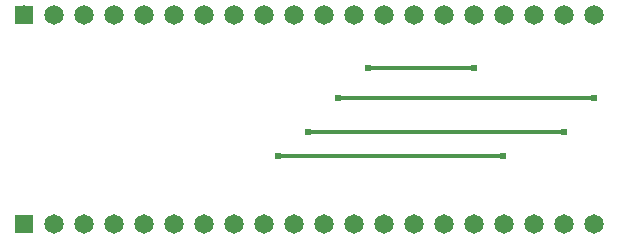
<source format=gbl>
G04 Layer: BottomLayer*
G04 EasyEDA v6.5.42, 2024-04-10 10:33:45*
G04 677a2e3dccde402284f6343da6576b70,88035802e6a84ff2a66c0cebeecd398b,10*
G04 Gerber Generator version 0.2*
G04 Scale: 100 percent, Rotated: No, Reflected: No *
G04 Dimensions in millimeters *
G04 leading zeros omitted , absolute positions ,4 integer and 5 decimal *
%FSLAX45Y45*%
%MOMM*%

%ADD10C,0.3500*%
%ADD11C,0.2540*%
%ADD12R,1.6500X1.6500*%
%ADD13C,1.6500*%
%ADD14C,1.5080*%
%ADD15C,0.6200*%

%LPD*%
D10*
X3810000Y11442700D02*
G01*
X4711700Y11442700D01*
X3302000Y10896600D02*
G01*
X5473700Y10896600D01*
X3049193Y10693400D02*
G01*
X4950307Y10693400D01*
X4963007Y10706100D01*
D11*
X1155700Y10121900D02*
G01*
X1153007Y10119207D01*
X1153007Y10117810D01*
X1409700Y10121900D02*
G01*
X1407007Y10119207D01*
X1407007Y10117810D01*
X1663700Y10121900D02*
G01*
X1661007Y10119207D01*
X1661007Y10117810D01*
X1917700Y10121900D02*
G01*
X1915007Y10119207D01*
X1915007Y10117810D01*
X2171700Y10121900D02*
G01*
X2169007Y10119207D01*
X2169007Y10117810D01*
X2425700Y10121900D02*
G01*
X2423007Y10119207D01*
X2423007Y10117810D01*
X2679700Y10121900D02*
G01*
X2677007Y10119207D01*
X2677007Y10117810D01*
X2933700Y10121900D02*
G01*
X2931007Y10119207D01*
X2931007Y10117810D01*
X3187700Y10121900D02*
G01*
X3185007Y10119207D01*
X3185007Y10117810D01*
X3441700Y10121900D02*
G01*
X3439007Y10119207D01*
X3439007Y10117810D01*
X3695700Y10121900D02*
G01*
X3693007Y10119207D01*
X3693007Y10117810D01*
X3949700Y10121900D02*
G01*
X3947007Y10119207D01*
X3947007Y10117810D01*
X4203700Y10121900D02*
G01*
X4201007Y10119207D01*
X4201007Y10117810D01*
X4457700Y10121900D02*
G01*
X4455007Y10119207D01*
X4455007Y10117810D01*
X4711700Y10121900D02*
G01*
X4709007Y10119207D01*
X4709007Y10117810D01*
X4965700Y10121900D02*
G01*
X4963007Y10119207D01*
X4963007Y10117810D01*
X5219700Y10121900D02*
G01*
X5217007Y10119207D01*
X5217007Y10117810D01*
X5473700Y10121900D02*
G01*
X5471007Y10119207D01*
X5471007Y10117810D01*
X5727700Y10121900D02*
G01*
X5725007Y10119207D01*
X5725007Y10117810D01*
X901700Y11887200D02*
G01*
X899007Y11889892D01*
X899007Y11895810D01*
X1155700Y11887200D02*
G01*
X1153007Y11889892D01*
X1153007Y11895810D01*
X1409700Y11887200D02*
G01*
X1407007Y11889892D01*
X1407007Y11895810D01*
X1663700Y11887200D02*
G01*
X1661007Y11889892D01*
X1661007Y11895810D01*
X1917700Y11887200D02*
G01*
X1915007Y11889892D01*
X1915007Y11895810D01*
X2171700Y11887200D02*
G01*
X2169007Y11889892D01*
X2169007Y11895810D01*
X2425700Y11887200D02*
G01*
X2423007Y11889892D01*
X2423007Y11895810D01*
X2679700Y11887200D02*
G01*
X2677007Y11889892D01*
X2677007Y11895810D01*
X2933700Y11887200D02*
G01*
X2931007Y11889892D01*
X2931007Y11895810D01*
X3187700Y11887200D02*
G01*
X3185007Y11889892D01*
X3185007Y11895810D01*
X3441700Y11887200D02*
G01*
X3439007Y11889892D01*
X3439007Y11895810D01*
X3695700Y11887200D02*
G01*
X3693007Y11889892D01*
X3693007Y11895810D01*
X3949700Y11887200D02*
G01*
X3947007Y11889892D01*
X3947007Y11895810D01*
X4201007Y11887200D02*
G01*
X4201007Y11895810D01*
X4201007Y11887200D02*
G01*
X4203700Y11887200D01*
X4457700Y11887200D02*
G01*
X4455007Y11889892D01*
X4455007Y11895810D01*
X4711700Y11887200D02*
G01*
X4709007Y11889892D01*
X4709007Y11895810D01*
X4965700Y11887200D02*
G01*
X4963007Y11889892D01*
X4963007Y11895810D01*
X5219700Y11887200D02*
G01*
X5217007Y11889892D01*
X5217007Y11895810D01*
X5473700Y11887200D02*
G01*
X5471007Y11889892D01*
X5471007Y11895810D01*
X5727700Y11887200D02*
G01*
X5725007Y11889892D01*
X5725007Y11895810D01*
D10*
X3556000Y11188700D02*
G01*
X5727700Y11188700D01*
D12*
G01*
X901700Y11887200D03*
D13*
G01*
X1155700Y11887200D03*
G01*
X1409700Y11887200D03*
G01*
X1663700Y11887200D03*
G01*
X1917700Y11887200D03*
G01*
X2171700Y11887200D03*
G01*
X2425700Y11887200D03*
G01*
X2679700Y11887200D03*
G01*
X2933700Y11887200D03*
G01*
X3187700Y11887200D03*
G01*
X3441700Y11887200D03*
G01*
X3695700Y11887200D03*
G01*
X3949700Y11887200D03*
G01*
X4203700Y11887200D03*
G01*
X4457700Y11887200D03*
G01*
X4711700Y11887200D03*
G01*
X4965700Y11887200D03*
G01*
X5219700Y11887200D03*
G01*
X5473700Y11887200D03*
G01*
X5727700Y11887200D03*
D12*
G01*
X901700Y10121900D03*
D13*
G01*
X1155700Y10121900D03*
G01*
X1409700Y10121900D03*
G01*
X1663700Y10121900D03*
G01*
X1917700Y10121900D03*
G01*
X2171700Y10121900D03*
G01*
X2425700Y10121900D03*
G01*
X2679700Y10121900D03*
G01*
X2933700Y10121900D03*
G01*
X3187700Y10121900D03*
G01*
X3441700Y10121900D03*
G01*
X3695700Y10121900D03*
G01*
X3949700Y10121900D03*
G01*
X4203700Y10121900D03*
G01*
X4457700Y10121900D03*
G01*
X4711700Y10121900D03*
G01*
X4965700Y10121900D03*
G01*
X5219700Y10121900D03*
G01*
X5473700Y10121900D03*
G01*
X5727700Y10121900D03*
D14*
G01*
X899007Y10117810D03*
G01*
X1153007Y10117810D03*
G01*
X1407007Y10117810D03*
G01*
X1661007Y10117810D03*
G01*
X1915007Y10117810D03*
G01*
X2169007Y10117810D03*
G01*
X2423007Y10117810D03*
G01*
X2677007Y10117810D03*
G01*
X2931007Y10117810D03*
G01*
X3185007Y10117810D03*
G01*
X3439007Y10117810D03*
G01*
X3693007Y10117810D03*
G01*
X3947007Y10117810D03*
G01*
X4201007Y10117810D03*
G01*
X4455007Y10117810D03*
G01*
X4709007Y10117810D03*
G01*
X4963007Y10117810D03*
G01*
X5217007Y10117810D03*
G01*
X5471007Y10117810D03*
G01*
X5725007Y10117810D03*
G01*
X899007Y11895810D03*
G01*
X1153007Y11895810D03*
G01*
X1407007Y11895810D03*
G01*
X1661007Y11895810D03*
G01*
X1915007Y11895810D03*
G01*
X2169007Y11895810D03*
G01*
X2423007Y11895810D03*
G01*
X2677007Y11895810D03*
G01*
X2931007Y11895810D03*
G01*
X3185007Y11895810D03*
G01*
X3439007Y11895810D03*
G01*
X3693007Y11895810D03*
G01*
X3947007Y11895810D03*
G01*
X4201007Y11895810D03*
G01*
X4455007Y11895810D03*
G01*
X4709007Y11895810D03*
G01*
X4963007Y11895810D03*
G01*
X5217007Y11895810D03*
G01*
X5471007Y11895810D03*
G01*
X5725007Y11895810D03*
D15*
G01*
X3049193Y10693400D03*
G01*
X4950307Y10693400D03*
G01*
X3302000Y10896600D03*
G01*
X5473700Y10896600D03*
G01*
X3556000Y11188700D03*
G01*
X5727700Y11188700D03*
G01*
X3810000Y11442700D03*
G01*
X4711700Y11442700D03*
M02*

</source>
